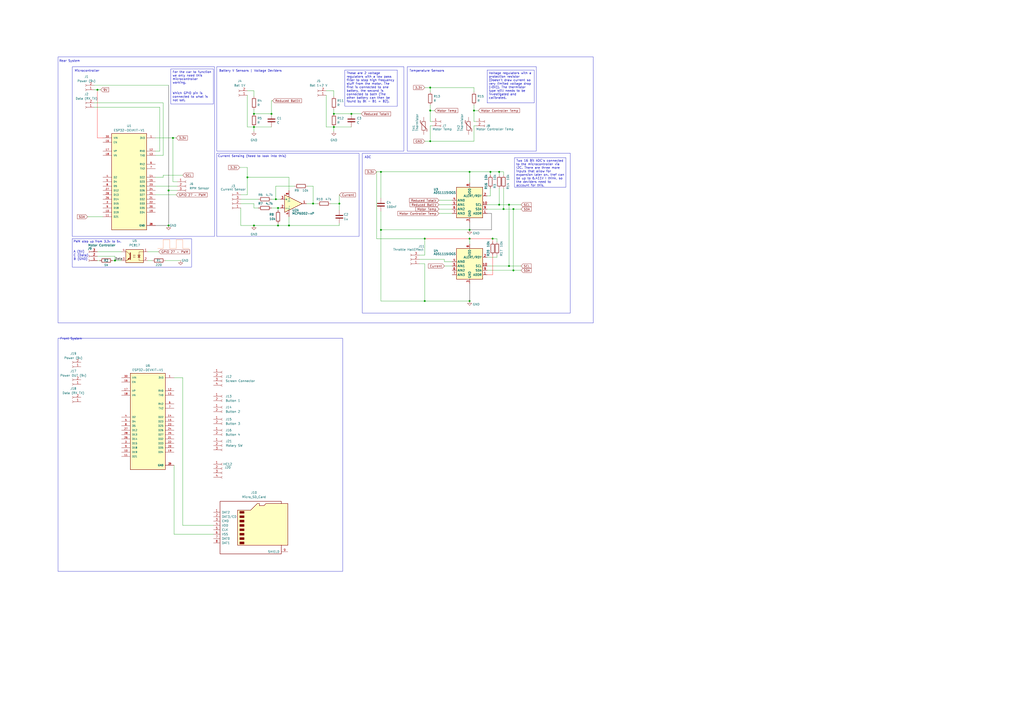
<source format=kicad_sch>
(kicad_sch (version 20230121) (generator eeschema)
  (paper "A2")
  (lib_symbols
    (symbol "Amplifier_Operational:MCP6002-xP" (pin_names (offset 0.127))
      (property "Reference" "U" (at 0 5.08 0))
      (property "Value" "MCP6002-xP" (at 0 -5.08 0))
      (symbol "MCP6002-xP_1_1"
        (polyline (pts (xy -5.08 5.08) (xy 5.08 0) (xy -5.08 -5.08) (xy -5.08 5.08)) (stroke (width 0.254)) (fill (type background)))
        (pin output line (at 7.62 0 180) (length 2.54) (name "~") (number "1"))
        (pin input line (at -7.62 -2.54 0) (length 2.54) (name "-") (number "2"))
        (pin input line (at -7.62 2.54 0) (length 2.54) (name "+") (number "3"))
      )
      (symbol "MCP6002-xP_2_1"
        (polyline (pts (xy -5.08 5.08) (xy 5.08 0) (xy -5.08 -5.08) (xy -5.08 5.08)) (stroke (width 0.254)) (fill (type background)))
        (pin input line (at -7.62 2.54 0) (length 2.54) (name "+") (number "5"))
        (pin input line (at -7.62 -2.54 0) (length 2.54) (name "-") (number "6"))
        (pin output line (at 7.62 0 180) (length 2.54) (name "~") (number "7"))
      )
      (symbol "MCP6002-xP_3_1"
        (pin power_in line (at -2.54 -7.62 90) (length 3.81) (name "V-") (number "4"))
        (pin power_in line (at -2.54 7.62 270) (length 3.81) (name "V+") (number "8"))
      )
    )
    (symbol "Analog_ADC:ADS1115IDGS"
      (property "Reference" "U" (at 2.54 13.97 0))
      (property "Value" "ADS1115IDGS" (at 7.62 11.43 0))
      (symbol "ADS1115IDGS_0_1"
        (rectangle (start -7.62 10.16) (end 7.62 -7.62) (stroke (width 0.254)) (fill (type background)))
      )
      (symbol "ADS1115IDGS_1_1"
        (pin input line (at 10.16 -5.08 180) (length 2.54) (name "ADDR") (number "1"))
        (pin input line (at 10.16 0 180) (length 2.54) (name "SCL") (number "10"))
        (pin output line (at 10.16 5.08 180) (length 2.54) (name "ALERT/RDY") (number "2"))
        (pin power_in line (at 0 -10.16 90) (length 2.54) (name "GND") (number "3"))
        (pin input line (at -10.16 2.54 0) (length 2.54) (name "AIN0") (number "4"))
        (pin input line (at -10.16 0 0) (length 2.54) (name "AIN1") (number "5"))
        (pin input line (at -10.16 -2.54 0) (length 2.54) (name "AIN2") (number "6"))
        (pin input line (at -10.16 -5.08 0) (length 2.54) (name "AIN3") (number "7"))
        (pin power_in line (at 0 12.7 270) (length 2.54) (name "VDD") (number "8"))
        (pin bidirectional line (at 10.16 -2.54 180) (length 2.54) (name "SDA") (number "9"))
      )
    )
    (symbol "Connector:Conn_01x02_Socket" (pin_names (offset 1.016) hide)
      (property "Reference" "J" (at 0 2.54 0))
      (property "Value" "Conn_01x02_Socket" (at 0 -5.08 0))
      (symbol "Conn_01x02_Socket_1_1"
        (arc (start 0 -2.032) (mid -0.5058 -2.54) (end 0 -3.048) (stroke (width 0.1524)))
        (polyline (pts (xy -1.27 -2.54) (xy -0.508 -2.54)) (stroke (width 0.1524)))
        (polyline (pts (xy -1.27 0) (xy -0.508 0)) (stroke (width 0.1524)))
        (arc (start 0 0.508) (mid -0.5058 0) (end 0 -0.508) (stroke (width 0.1524)))
        (pin passive line (at -5.08 0 0) (length 3.81) (name "Pin_1") (number "1"))
        (pin passive line (at -5.08 -2.54 0) (length 3.81) (name "Pin_2") (number "2"))
      )
    )
    (symbol "Connector:Conn_01x03_Socket" (pin_names (offset 1.016) hide)
      (property "Reference" "J" (at 0 5.08 0))
      (property "Value" "Conn_01x03_Socket" (at 0 -5.08 0))
      (symbol "Conn_01x03_Socket_1_1"
        (arc (start 0 -2.032) (mid -0.5058 -2.54) (end 0 -3.048) (stroke (width 0.1524)))
        (polyline (pts (xy -1.27 -2.54) (xy -0.508 -2.54)) (stroke (width 0.1524)))
        (polyline (pts (xy -1.27 0) (xy -0.508 0)) (stroke (width 0.1524)))
        (polyline (pts (xy -1.27 2.54) (xy -0.508 2.54)) (stroke (width 0.1524)))
        (arc (start 0 0.508) (mid -0.5058 0) (end 0 -0.508) (stroke (width 0.1524)))
        (arc (start 0 3.048) (mid -0.5058 2.54) (end 0 2.032) (stroke (width 0.1524)))
        (pin passive line (at -5.08 2.54 0) (length 3.81) (name "Pin_1") (number "1"))
        (pin passive line (at -5.08 0 0) (length 3.81) (name "Pin_2") (number "2"))
        (pin passive line (at -5.08 -2.54 0) (length 3.81) (name "Pin_3") (number "3"))
      )
    )
    (symbol "Connector:Conn_01x04_Socket" (pin_names (offset 1.016) hide)
      (property "Reference" "J" (at 0 5.08 0))
      (property "Value" "Conn_01x04_Socket" (at 0 -7.62 0))
      (symbol "Conn_01x04_Socket_1_1"
        (arc (start 0 -4.572) (mid -0.5058 -5.08) (end 0 -5.588) (stroke (width 0.1524)))
        (arc (start 0 -2.032) (mid -0.5058 -2.54) (end 0 -3.048) (stroke (width 0.1524)))
        (polyline (pts (xy -1.27 -5.08) (xy -0.508 -5.08)) (stroke (width 0.1524)))
        (polyline (pts (xy -1.27 -2.54) (xy -0.508 -2.54)) (stroke (width 0.1524)))
        (polyline (pts (xy -1.27 0) (xy -0.508 0)) (stroke (width 0.1524)))
        (polyline (pts (xy -1.27 2.54) (xy -0.508 2.54)) (stroke (width 0.1524)))
        (arc (start 0 0.508) (mid -0.5058 0) (end 0 -0.508) (stroke (width 0.1524)))
        (arc (start 0 3.048) (mid -0.5058 2.54) (end 0 2.032) (stroke (width 0.1524)))
        (pin passive line (at -5.08 2.54 0) (length 3.81) (name "Pin_1") (number "1"))
        (pin passive line (at -5.08 0 0) (length 3.81) (name "Pin_2") (number "2"))
        (pin passive line (at -5.08 -2.54 0) (length 3.81) (name "Pin_3") (number "3"))
        (pin passive line (at -5.08 -5.08 0) (length 3.81) (name "Pin_4") (number "4"))
      )
    )
    (symbol "Connector:Micro_SD_Card" (pin_names (offset 1.016))
      (property "Reference" "J" (at -16.51 15.24 0))
      (property "Value" "Micro_SD_Card" (at 16.51 15.24 0))
      (symbol "Micro_SD_Card_0_1"
        (rectangle (start -7.62 -9.525) (end -5.08 -10.795) (fill (type outline)))
        (rectangle (start -7.62 -6.985) (end -5.08 -8.255) (fill (type outline)))
        (rectangle (start -7.62 -4.445) (end -5.08 -5.715) (fill (type outline)))
        (rectangle (start -7.62 -1.905) (end -5.08 -3.175) (fill (type outline)))
        (rectangle (start -7.62 0.635) (end -5.08 -0.635) (fill (type outline)))
        (rectangle (start -7.62 3.175) (end -5.08 1.905) (fill (type outline)))
        (rectangle (start -7.62 5.715) (end -5.08 4.445) (fill (type outline)))
        (rectangle (start -7.62 8.255) (end -5.08 6.985) (fill (type outline)))
        (polyline (pts (xy 16.51 12.7) (xy 16.51 13.97) (xy -19.05 13.97) (xy -19.05 -16.51) (xy 16.51 -16.51) (xy 16.51 -11.43)) (stroke (width 0.254)))
        (polyline (pts (xy -8.89 -11.43) (xy -8.89 8.89) (xy -1.27 8.89) (xy 2.54 12.7) (xy 3.81 12.7) (xy 3.81 11.43) (xy 6.35 11.43) (xy 7.62 12.7) (xy 20.32 12.7) (xy 20.32 -11.43) (xy -8.89 -11.43)) (stroke (width 0.254)) (fill (type background)))
      )
      (symbol "Micro_SD_Card_1_1"
        (pin bidirectional line (at -22.86 7.62 0) (length 3.81) (name "DAT2") (number "1"))
        (pin bidirectional line (at -22.86 5.08 0) (length 3.81) (name "DAT3/CD") (number "2"))
        (pin input line (at -22.86 2.54 0) (length 3.81) (name "CMD") (number "3"))
        (pin power_in line (at -22.86 0 0) (length 3.81) (name "VDD") (number "4"))
        (pin input line (at -22.86 -2.54 0) (length 3.81) (name "CLK") (number "5"))
        (pin power_in line (at -22.86 -5.08 0) (length 3.81) (name "VSS") (number "6"))
        (pin bidirectional line (at -22.86 -7.62 0) (length 3.81) (name "DAT0") (number "7"))
        (pin bidirectional line (at -22.86 -10.16 0) (length 3.81) (name "DAT1") (number "8"))
        (pin passive line (at 20.32 -15.24 180) (length 3.81) (name "SHIELD") (number "9"))
      )
    )
    (symbol "Device:C" (pin_numbers hide) (pin_names (offset 0.254))
      (property "Reference" "C" (at 0.635 2.54 0))
      (property "Value" "C" (at 0.635 -2.54 0))
      (symbol "C_0_1"
        (polyline (pts (xy -2.032 -0.762) (xy 2.032 -0.762)) (stroke (width 0.508)))
        (polyline (pts (xy -2.032 0.762) (xy 2.032 0.762)) (stroke (width 0.508)))
      )
      (symbol "C_1_1"
        (pin passive line (at 0 3.81 270) (length 2.794) (name "~") (number "1"))
        (pin passive line (at 0 -3.81 90) (length 2.794) (name "~") (number "2"))
      )
    )
    (symbol "Device:R" (pin_numbers hide) (pin_names (offset 0))
      (property "Reference" "R" (at 2.032 0 90))
      (property "Value" "R" (at 0 0 90))
      (symbol "R_0_1"
        (rectangle (start -1.016 -2.54) (end 1.016 2.54) (stroke (width 0.254)))
      )
      (symbol "R_1_1"
        (pin passive line (at 0 3.81 270) (length 1.27) (name "~") (number "1"))
        (pin passive line (at 0 -3.81 90) (length 1.27) (name "~") (number "2"))
      )
    )
    (symbol "Device:Thermistor" (pin_numbers hide) (pin_names (offset 0))
      (property "Reference" "TH" (at 2.54 1.27 90))
      (property "Value" "Thermistor" (at -2.54 0 90))
      (symbol "Thermistor_0_1"
        (rectangle (start -1.016 2.54) (end 1.016 -2.54) (stroke (width 0.2032)))
        (polyline (pts (xy -1.905 3.175) (xy -1.905 1.905) (xy 1.905 -1.905) (xy 1.905 -3.175) (xy 1.905 -3.175)) (stroke (width 0.254)))
      )
      (symbol "Thermistor_1_1"
        (pin passive line (at 0 5.08 270) (length 2.54) (name "~") (number "1"))
        (pin passive line (at 0 -5.08 90) (length 2.54) (name "~") (number "2"))
      )
    )
    (symbol "ESP32-DEVKIT-V1:ESP32-DEVKIT-V1" (pin_names (offset 1.016))
      (property "Reference" "U" (at -10.16 30.48 0))
      (property "Value" "ESP32-DEVKIT-V1" (at -10.16 -30.48 0))
      (symbol "ESP32-DEVKIT-V1_0_0"
        (rectangle (start -10.16 -27.94) (end 10.16 27.94) (stroke (width 0.254)) (fill (type background)))
        (pin output line (at 15.24 25.4 180) (length 5.08) (name "3V3") (number "1"))
        (pin bidirectional line (at -15.24 -17.78 0) (length 5.08) (name "D19") (number "10"))
        (pin bidirectional line (at -15.24 -20.32 0) (length 5.08) (name "D21") (number "11"))
        (pin input line (at 15.24 17.78 180) (length 5.08) (name "RX0") (number "12"))
        (pin output line (at 15.24 15.24 180) (length 5.08) (name "TX0") (number "13"))
        (pin bidirectional line (at 15.24 2.54 180) (length 5.08) (name "D22") (number "14"))
        (pin bidirectional line (at 15.24 0 180) (length 5.08) (name "D23") (number "15"))
        (pin input line (at -15.24 22.86 0) (length 5.08) (name "EN") (number "16"))
        (pin bidirectional line (at -15.24 17.78 0) (length 5.08) (name "VP") (number "17"))
        (pin bidirectional line (at -15.24 15.24 0) (length 5.08) (name "VN") (number "18"))
        (pin bidirectional line (at 15.24 -17.78 180) (length 5.08) (name "D34") (number "19"))
        (pin power_in line (at 15.24 -25.4 180) (length 5.08) (name "GND") (number "2"))
        (pin bidirectional line (at 15.24 -15.24 180) (length 5.08) (name "D35") (number "20"))
        (pin bidirectional line (at 15.24 -10.16 180) (length 5.08) (name "D32") (number "21"))
        (pin bidirectional line (at 15.24 -12.7 180) (length 5.08) (name "D33") (number "22"))
        (pin bidirectional line (at 15.24 -2.54 180) (length 5.08) (name "D25") (number "23"))
        (pin bidirectional line (at 15.24 -5.08 180) (length 5.08) (name "D26") (number "24"))
        (pin bidirectional line (at 15.24 -7.62 180) (length 5.08) (name "D27") (number "25"))
        (pin bidirectional line (at -15.24 -10.16 0) (length 5.08) (name "D14") (number "26"))
        (pin bidirectional line (at -15.24 -5.08 0) (length 5.08) (name "D12") (number "27"))
        (pin bidirectional line (at -15.24 -7.62 0) (length 5.08) (name "D13") (number "28"))
        (pin power_in line (at 15.24 -25.4 180) (length 5.08) (name "GND") (number "29"))
        (pin bidirectional line (at -15.24 -12.7 0) (length 5.08) (name "D15") (number "3"))
        (pin input line (at -15.24 25.4 0) (length 5.08) (name "VIN") (number "30"))
        (pin bidirectional line (at -15.24 2.54 0) (length 5.08) (name "D2") (number "4"))
        (pin bidirectional line (at -15.24 0 0) (length 5.08) (name "D4") (number "5"))
        (pin input line (at 15.24 10.16 180) (length 5.08) (name "RX2") (number "6"))
        (pin output line (at 15.24 7.62 180) (length 5.08) (name "TX2") (number "7"))
        (pin bidirectional line (at -15.24 -2.54 0) (length 5.08) (name "D5") (number "8"))
        (pin bidirectional line (at -15.24 -15.24 0) (length 5.08) (name "D18") (number "9"))
      )
    )
    (symbol "Isolator:PC817" (pin_names (offset 1.016))
      (property "Reference" "U" (at -5.08 5.08 0))
      (property "Value" "PC817" (at 0 5.08 0))
      (symbol "PC817_0_1"
        (rectangle (start -5.08 3.81) (end 5.08 -3.81) (stroke (width 0.254)) (fill (type background)))
        (polyline (pts (xy -3.175 -0.635) (xy -1.905 -0.635)) (stroke (width 0.254)))
        (polyline (pts (xy 2.54 0.635) (xy 4.445 2.54)))
        (polyline (pts (xy 4.445 -2.54) (xy 2.54 -0.635)) (fill (type outline)))
        (polyline (pts (xy 4.445 -2.54) (xy 5.08 -2.54)))
        (polyline (pts (xy 4.445 2.54) (xy 5.08 2.54)))
        (polyline (pts (xy -5.08 2.54) (xy -2.54 2.54) (xy -2.54 -0.635)))
        (polyline (pts (xy -2.54 -0.635) (xy -2.54 -2.54) (xy -5.08 -2.54)))
        (polyline (pts (xy 2.54 1.905) (xy 2.54 -1.905) (xy 2.54 -1.905)) (stroke (width 0.508)))
        (polyline (pts (xy -2.54 -0.635) (xy -3.175 0.635) (xy -1.905 0.635) (xy -2.54 -0.635)) (stroke (width 0.254)))
        (polyline (pts (xy -0.508 -0.508) (xy 0.762 -0.508) (xy 0.381 -0.635) (xy 0.381 -0.381) (xy 0.762 -0.508)))
        (polyline (pts (xy -0.508 0.508) (xy 0.762 0.508) (xy 0.381 0.381) (xy 0.381 0.635) (xy 0.762 0.508)))
        (polyline (pts (xy 3.048 -1.651) (xy 3.556 -1.143) (xy 4.064 -2.159) (xy 3.048 -1.651) (xy 3.048 -1.651)) (fill (type outline)))
      )
      (symbol "PC817_1_1"
        (pin passive line (at -7.62 2.54 0) (length 2.54) (name "~") (number "1"))
        (pin passive line (at -7.62 -2.54 0) (length 2.54) (name "~") (number "2"))
        (pin passive line (at 7.62 -2.54 180) (length 2.54) (name "~") (number "3"))
        (pin passive line (at 7.62 2.54 180) (length 2.54) (name "~") (number "4"))
      )
    )
    (symbol "power:GND" (power) (pin_names (offset 0))
      (property "Value" "GND" (at 0 -3.81 0))
      (symbol "GND_0_1"
        (polyline (pts (xy 0 0) (xy 0 -1.27) (xy 1.27 -1.27) (xy 0 -2.54) (xy -1.27 -1.27) (xy 0 -1.27)))
      )
      (symbol "GND_1_1"
        (pin power_in line (at 0 0 270) (length 0) hide (name "GND") (number "1"))
      )
    )
  )
  (junction (at 193.675 73.66))
  (junction (at 203.835 66.04))
  (junction (at 97.79 130.81))
  (junction (at 246.38 138.43))
  (junction (at 295.275 118.745))
  (junction (at 289.56 118.745))
  (junction (at 97.79 110.49))
  (junction (at 295.275 154.305))
  (junction (at 100.33 80.01))
  (junction (at 246.38 174.625))
  (junction (at 285.75 138.43))
  (junction (at 249.555 81.915))
  (junction (at 274.955 64.135))
  (junction (at 272.415 138.43))
  (junction (at 160.02 115.57))
  (junction (at 193.675 66.04))
  (junction (at 147.32 66.04))
  (junction (at 66.675 151.13))
  (junction (at 220.98 99.695))
  (junction (at 297.815 121.285))
  (junction (at 161.29 130.81))
  (junction (at 147.32 130.81))
  (junction (at 297.815 156.845))
  (junction (at 272.415 99.695))
  (junction (at 167.64 130.81))
  (junction (at 289.56 99.695))
  (junction (at 272.415 174.625))
  (junction (at 249.555 64.135))
  (junction (at 249.555 50.8))
  (junction (at 56.515 52.07))
  (junction (at 157.48 66.04))
  (junction (at 272.415 133.35))
  (junction (at 220.98 133.35))
  (junction (at 284.48 99.695))
  (junction (at 292.1 121.285))
  (junction (at 181.61 118.11))
  (junction (at 196.85 118.11))
  (junction (at 147.32 73.66))
  (junction (at 161.29 120.65))
  (junction (at 143.51 102.87))
  (polyline (pts (xy 102.235 139.065) (xy 106.045 139.065)) (stroke (width 0) (color 255 143 93 1)))
  (wire (pts (xy 161.29 129.54) (xy 161.29 130.81)))
  (wire (pts (xy 85.725 151.13) (xy 88.265 151.13)))
  (wire (pts (xy 161.29 120.65) (xy 162.56 120.65)))
  (wire (pts (xy 94.615 101.6) (xy 94.615 102.87)))
  (wire (pts (xy 274.955 64.135) (xy 274.955 70.485)))
  (wire (pts (xy 249.555 73.025) (xy 249.555 81.915)))
  (wire (pts (xy 257.81 151.765) (xy 262.255 151.765)))
  (wire (pts (xy 147.32 63.5) (xy 147.32 66.04)))
  (wire (pts (xy 285.75 159.385) (xy 285.75 147.955)) (stroke (width 0) (color 255 0 0 1)))
  (wire (pts (xy 56.515 151.13) (xy 57.785 151.13)))
  (wire (pts (xy 254.635 118.745) (xy 262.255 118.745)))
  (polyline (pts (xy 98.425 144.145) (xy 102.235 144.145)) (stroke (width 0) (color 255 143 93 1)))
  (wire (pts (xy 196.85 118.11) (xy 196.85 121.92)))
  (wire (pts (xy 56.515 52.07) (xy 56.515 80.01)) (stroke (width 0) (color 255 0 0 1)))
  (wire (pts (xy 56.515 80.01) (xy 59.69 80.01)) (stroke (width 0) (color 255 0 0 1)))
  (wire (pts (xy 139.065 97.155) (xy 143.51 97.155)))
  (wire (pts (xy 149.86 120.65) (xy 147.32 120.65)))
  (wire (pts (xy 100.33 80.01) (xy 102.235 80.01)))
  (wire (pts (xy 161.29 120.65) (xy 161.29 121.92)))
  (wire (pts (xy 254.635 121.285) (xy 262.255 121.285)))
  (wire (pts (xy 147.32 73.66) (xy 157.48 73.66)))
  (wire (pts (xy 220.98 133.35) (xy 220.98 174.625)))
  (wire (pts (xy 284.48 113.665) (xy 284.48 109.22)))
  (wire (pts (xy 94.615 102.87) (xy 90.17 102.87)))
  (wire (pts (xy 54.61 59.69) (xy 94.615 59.69)))
  (wire (pts (xy 196.85 113.03) (xy 196.85 118.11)))
  (wire (pts (xy 282.575 149.225) (xy 288.29 149.225)))
  (wire (pts (xy 167.64 130.81) (xy 161.29 130.81)))
  (wire (pts (xy 285.115 133.35) (xy 272.415 133.35)) (stroke (width 0) (color 0 0 0 1)))
  (wire (pts (xy 257.81 150.495) (xy 257.81 151.765)))
  (wire (pts (xy 272.415 138.43) (xy 285.75 138.43)) (stroke (width 0) (color 255 0 0 1)))
  (wire (pts (xy 272.415 138.43) (xy 272.415 141.605)))
  (wire (pts (xy 288.29 138.43) (xy 285.75 138.43)))
  (wire (pts (xy 97.79 49.53) (xy 97.79 110.49)) (stroke (width 0) (color 0 0 0 1)))
  (wire (pts (xy 189.23 52.705) (xy 193.675 52.705)))
  (wire (pts (xy 282.575 159.385) (xy 285.75 159.385)) (stroke (width 0) (color 255 0 0 1)))
  (wire (pts (xy 274.955 73.025) (xy 274.955 81.915)))
  (wire (pts (xy 147.32 118.11) (xy 139.7 118.11)))
  (wire (pts (xy 157.48 58.42) (xy 158.115 58.42)))
  (wire (pts (xy 284.48 99.695) (xy 284.48 101.6)))
  (wire (pts (xy 66.675 148.59) (xy 66.675 151.13)))
  (wire (pts (xy 292.1 99.695) (xy 289.56 99.695)))
  (wire (pts (xy 288.29 149.225) (xy 288.29 147.955)))
  (wire (pts (xy 90.17 107.95) (xy 102.87 107.95)))
  (wire (pts (xy 147.32 130.81) (xy 139.7 130.81)))
  (polyline (pts (xy 94.615 144.145) (xy 94.615 139.065)) (stroke (width 0) (color 255 143 93 1)))
  (wire (pts (xy 102.87 105.41) (xy 100.33 105.41)))
  (wire (pts (xy 289.56 109.22) (xy 289.56 118.745)))
  (wire (pts (xy 250.825 73.025) (xy 249.555 73.025)))
  (wire (pts (xy 274.955 70.485) (xy 276.225 70.485)))
  (wire (pts (xy 285.75 140.335) (xy 285.75 138.43)) (stroke (width 0) (color 255 0 0 1)))
  (wire (pts (xy 292.1 101.6) (xy 292.1 99.695)))
  (wire (pts (xy 297.815 121.285) (xy 297.815 156.845)))
  (wire (pts (xy 246.38 50.8) (xy 249.555 50.8)))
  (wire (pts (xy 193.675 52.705) (xy 193.675 55.88)))
  (wire (pts (xy 220.98 174.625) (xy 246.38 174.625)))
  (wire (pts (xy 272.415 99.695) (xy 284.48 99.695)))
  (wire (pts (xy 167.64 125.73) (xy 167.64 130.81)))
  (wire (pts (xy 157.48 58.42) (xy 157.48 66.04)))
  (wire (pts (xy 193.675 73.66) (xy 203.835 73.66)))
  (wire (pts (xy 97.79 110.49) (xy 97.79 130.81)) (stroke (width 0) (color 0 0 0 1)))
  (wire (pts (xy 295.275 154.305) (xy 302.26 154.305)))
  (polyline (pts (xy 106.045 144.145) (xy 109.855 144.145)) (stroke (width 0) (color 255 143 93 1)))
  (wire (pts (xy 189.23 73.66) (xy 193.675 73.66)))
  (wire (pts (xy 292.1 121.285) (xy 297.815 121.285)))
  (wire (pts (xy 249.555 64.135) (xy 249.555 70.485)))
  (wire (pts (xy 220.98 99.695) (xy 272.415 99.695)))
  (wire (pts (xy 249.555 64.135) (xy 252.095 64.135)))
  (wire (pts (xy 282.575 121.285) (xy 292.1 121.285)))
  (wire (pts (xy 246.38 138.43) (xy 272.415 138.43)) (stroke (width 0) (color 255 0 0 1)))
  (wire (pts (xy 249.555 81.915) (xy 274.955 81.915)))
  (wire (pts (xy 246.38 174.625) (xy 272.415 174.625)))
  (wire (pts (xy 100.965 219.075) (xy 106.045 219.075)))
  (wire (pts (xy 66.675 151.13) (xy 70.485 151.13)))
  (wire (pts (xy 220.98 133.35) (xy 272.415 133.35)))
  (wire (pts (xy 100.965 269.875) (xy 100.965 309.88)))
  (wire (pts (xy 56.515 146.05) (xy 70.485 146.05)))
  (wire (pts (xy 282.575 154.305) (xy 295.275 154.305)))
  (polyline (pts (xy 106.045 139.065) (xy 106.045 144.145)) (stroke (width 0) (color 255 143 93 1)))
  (wire (pts (xy 285.115 123.825) (xy 285.115 133.35)) (stroke (width 0) (color 0 0 0 1)))
  (wire (pts (xy 254.635 123.825) (xy 262.255 123.825)))
  (wire (pts (xy 274.955 60.96) (xy 274.955 64.135)))
  (wire (pts (xy 289.56 99.695) (xy 289.56 101.6)))
  (wire (pts (xy 282.575 118.745) (xy 289.56 118.745)))
  (wire (pts (xy 100.965 309.88) (xy 123.825 309.88)))
  (wire (pts (xy 143.51 55.245) (xy 143.51 73.66)))
  (wire (pts (xy 282.575 156.845) (xy 297.815 156.845)))
  (wire (pts (xy 90.17 113.03) (xy 102.235 113.03)))
  (wire (pts (xy 147.32 120.65) (xy 147.32 118.11)))
  (wire (pts (xy 157.48 115.57) (xy 160.02 115.57)))
  (wire (pts (xy 218.44 99.695) (xy 220.98 99.695)))
  (wire (pts (xy 246.38 81.915) (xy 249.555 81.915)))
  (wire (pts (xy 243.205 153.035) (xy 246.38 153.035)))
  (wire (pts (xy 218.44 99.695) (xy 218.44 138.43)))
  (wire (pts (xy 139.7 113.03) (xy 143.51 113.03)))
  (wire (pts (xy 274.955 64.135) (xy 277.495 64.135)))
  (wire (pts (xy 196.85 118.11) (xy 191.77 118.11)))
  (wire (pts (xy 94.615 59.69) (xy 94.615 90.17)))
  (wire (pts (xy 276.225 73.025) (xy 274.955 73.025)))
  (wire (pts (xy 181.61 118.11) (xy 184.15 118.11)))
  (wire (pts (xy 246.38 153.035) (xy 246.38 174.625)))
  (wire (pts (xy 203.835 66.04) (xy 209.55 66.04)))
  (wire (pts (xy 282.575 123.825) (xy 285.115 123.825)) (stroke (width 0) (color 0 0 0 1)))
  (wire (pts (xy 272.415 106.045) (xy 272.415 99.695)))
  (wire (pts (xy 139.7 130.81) (xy 139.7 120.65)))
  (wire (pts (xy 295.275 118.745) (xy 302.26 118.745)))
  (polyline (pts (xy 98.425 139.065) (xy 98.425 144.145)) (stroke (width 0) (color 255 143 93 1)))
  (wire (pts (xy 249.555 60.96) (xy 249.555 64.135)))
  (wire (pts (xy 106.045 101.6) (xy 94.615 101.6)))
  (wire (pts (xy 65.405 151.13) (xy 66.675 151.13)))
  (wire (pts (xy 282.575 113.665) (xy 284.48 113.665)))
  (wire (pts (xy 160.02 115.57) (xy 162.56 115.57)))
  (wire (pts (xy 178.435 107.95) (xy 181.61 107.95)))
  (wire (pts (xy 92.71 62.23) (xy 92.71 87.63)))
  (wire (pts (xy 297.815 156.845) (xy 302.26 156.845)))
  (wire (pts (xy 272.415 128.905) (xy 272.415 133.35)) (stroke (width 0) (color 0 0 0 1)))
  (wire (pts (xy 289.56 118.745) (xy 295.275 118.745)))
  (wire (pts (xy 143.51 73.66) (xy 147.32 73.66)))
  (wire (pts (xy 167.64 110.49) (xy 167.64 102.87)))
  (wire (pts (xy 157.48 120.65) (xy 161.29 120.65)))
  (wire (pts (xy 272.415 164.465) (xy 272.415 174.625)) (stroke (width 0) (color 0 0 0 1)))
  (wire (pts (xy 143.51 97.155) (xy 143.51 102.87)))
  (wire (pts (xy 100.33 105.41) (xy 100.33 80.01)))
  (polyline (pts (xy 102.235 144.145) (xy 102.235 139.065)) (stroke (width 0) (color 255 143 93 1)))
  (wire (pts (xy 254.635 116.205) (xy 262.255 116.205)))
  (wire (pts (xy 193.675 73.66) (xy 193.675 76.2)))
  (wire (pts (xy 246.38 147.955) (xy 246.38 138.43)))
  (wire (pts (xy 249.555 50.8) (xy 274.955 50.8)))
  (wire (pts (xy 288.29 140.335) (xy 288.29 138.43)))
  (wire (pts (xy 284.48 99.695) (xy 289.56 99.695)))
  (wire (pts (xy 193.675 63.5) (xy 193.675 66.04)))
  (wire (pts (xy 167.64 130.81) (xy 196.85 130.81)))
  (wire (pts (xy 147.32 66.04) (xy 157.48 66.04)))
  (wire (pts (xy 189.23 55.245) (xy 189.23 73.66)))
  (wire (pts (xy 95.885 151.13) (xy 104.775 151.13)))
  (wire (pts (xy 193.675 66.04) (xy 203.835 66.04)))
  (wire (pts (xy 85.725 146.05) (xy 92.075 146.05)))
  (wire (pts (xy 220.98 99.695) (xy 220.98 114.935)))
  (wire (pts (xy 139.7 115.57) (xy 149.86 115.57)))
  (wire (pts (xy 292.1 109.22) (xy 292.1 121.285)))
  (wire (pts (xy 167.64 102.87) (xy 143.51 102.87)))
  (wire (pts (xy 297.815 121.285) (xy 302.26 121.285)))
  (wire (pts (xy 106.045 304.8) (xy 123.825 304.8)))
  (wire (pts (xy 249.555 70.485) (xy 250.825 70.485)))
  (wire (pts (xy 181.61 107.95) (xy 181.61 118.11)))
  (polyline (pts (xy 94.615 139.065) (xy 98.425 139.065)) (stroke (width 0) (color 255 143 93 1)))
  (wire (pts (xy 196.85 129.54) (xy 196.85 130.81)))
  (wire (pts (xy 218.44 138.43) (xy 246.38 138.43)))
  (wire (pts (xy 295.275 118.745) (xy 295.275 154.305)))
  (wire (pts (xy 147.32 73.66) (xy 147.32 76.2)))
  (wire (pts (xy 220.98 133.35) (xy 220.98 122.555)))
  (wire (pts (xy 54.61 49.53) (xy 97.79 49.53)))
  (polyline (pts (xy 91.44 144.145) (xy 94.615 144.145)) (stroke (width 0) (color 255 143 93 1)))
  (wire (pts (xy 170.815 107.95) (xy 160.02 107.95)))
  (wire (pts (xy 143.51 102.87) (xy 143.51 113.03)))
  (wire (pts (xy 54.61 62.23) (xy 92.71 62.23)))
  (wire (pts (xy 257.81 154.305) (xy 262.255 154.305)))
  (wire (pts (xy 56.515 52.07) (xy 58.42 52.07)))
  (wire (pts (xy 147.32 52.705) (xy 147.32 55.88)))
  (wire (pts (xy 160.02 107.95) (xy 160.02 115.57)))
  (wire (pts (xy 54.61 52.07) (xy 56.515 52.07)))
  (wire (pts (xy 274.955 50.8) (xy 274.955 53.34)))
  (wire (pts (xy 94.615 90.17) (xy 90.17 90.17)))
  (wire (pts (xy 106.045 219.075) (xy 106.045 304.8)))
  (wire (pts (xy 249.555 53.34) (xy 249.555 50.8)))
  (wire (pts (xy 161.29 130.81) (xy 147.32 130.81)))
  (wire (pts (xy 56.515 148.59) (xy 66.675 148.59)))
  (wire (pts (xy 243.205 147.955) (xy 246.38 147.955)))
  (wire (pts (xy 97.79 130.81) (xy 90.17 130.81)) (stroke (width 0) (color 0 0 0 1)))
  (wire (pts (xy 92.71 87.63) (xy 90.17 87.63)))
  (wire (pts (xy 97.79 110.49) (xy 102.87 110.49)))
  (wire (pts (xy 90.17 80.01) (xy 100.33 80.01)))
  (wire (pts (xy 243.205 150.495) (xy 257.81 150.495)))
  (wire (pts (xy 177.8 118.11) (xy 181.61 118.11)))
  (wire (pts (xy 50.8 125.73) (xy 59.69 125.73)))
  (wire (pts (xy 143.51 52.705) (xy 147.32 52.705)))
  (rectangle (start 33.655 33.02) (end 344.17 187.325))
  (rectangle (start 41.91 38.735) (end 124.46 137.16))
  (rectangle (start 33.655 196.215) (end 198.755 331.47))
  (rectangle (start 210.185 88.9) (end 330.835 181.61))
  (rectangle (start 41.91 138.43) (end 111.125 154.94))
  (rectangle (start 236.22 38.735) (end 311.15 87.63))
  (rectangle (start 125.73 88.9) (end 208.28 137.16))
  (rectangle (start 125.73 38.735) (end 234.315 87.63))
  (text_box "For the car to function we only need this microcontroller working.\n\n\nWhich GPIO pin is connected to what is not set.\n" (at 99.06 40.005 0) (size 24.765 20.32) (effects (font (size 1.27 1.27)) (justify left top)))
  (text_box "Two 16 Bit ADC's connected to the microcontroller via I2C. There are three more inputs that allow for expansion later on. Vref can be up to 6.411V I think, so the deviders need to account for this." (at 298.45 91.44 0) (size 29.845 17.145) (effects (font (size 1.27 1.27)) (justify left top)))
  (text_box "These are 2 voltage regulators with a low pass filter to stop high frequency stuff from the motor. The first is connected to one battery, the second is connected to both (The other battery can then be found by Bt - B1 = B2)." (at 200.025 40.64 0) (size 30.48 20.955) (effects (font (size 1.27 1.27)) (justify left top)))
  (text_box "Voltage regulators with a protection resistor (Doesn't draw current so very limited voltage drop (~0V)). The thermistor type still needs to be investigated and calibrated." (at 282.575 40.64 0) (size 27.305 19.05) (effects (font (size 1.27 1.27)) (justify left top)))
  (text "Rear System\n" (at 34.29 36.195 0) (effects (font (size 1.27 1.27)) (justify left bottom)))
  (text "ADC" (at 211.455 92.075 0) (effects (font (size 1.27 1.27)) (justify left bottom)))
  (text "Front System\n\n" (at 34.925 199.39 0) (effects (font (size 1.27 1.27)) (justify left bottom)))
  (text "A (5V)\nC (Data)\nB (GND)\n" (at 42.545 151.13 0) (effects (font (size 1.32 1.32)) (justify left bottom)))
  (text "PWM step up from 3.3v to 5v.\n" (at 42.545 140.97 0) (effects (font (size 1.2 1.2)) (justify left bottom)))
  (text "Temperature Sensors\n" (at 237.49 41.91 0) (effects (font (size 1.27 1.27)) (justify left bottom)))
  (text "Battery V Sensors | Voltage Deviders" (at 127 41.91 0) (effects (font (size 1.27 1.27)) (justify left bottom)))
  (text "Current Sensing (Need to look into this)\n" (at 126.365 91.44 0) (effects (font (size 1.27 1.27)) (justify left bottom)))
  (text "Microcontroller\n" (at 43.18 41.91 0) (effects (font (size 1.27 1.27)) (justify left bottom)))
  (label "Data" (at 66.675 151.13 0))
  (global_label "SDA" (shape input) (at 302.26 156.845 0) (property "Intersheetrefs" "${INTERSHEET_REFS}" (effects hide)))
  (global_label "Reduced Bat1V" (shape input) (at 158.115 58.42 0) (property "Intersheetrefs" "${INTERSHEET_REFS}" (effects hide)))
  (global_label "Reduced TotalV" (shape input) (at 254.635 116.205 180) (property "Intersheetrefs" "${INTERSHEET_REFS}" (effects hide)))
  (global_label "SCL" (shape input) (at 106.045 101.6 0) (property "Intersheetrefs" "${INTERSHEET_REFS}" (effects hide)))
  (global_label "GPIO 27 - PWM" (shape input) (at 92.075 146.05 0) (property "Intersheetrefs" "${INTERSHEET_REFS}" (effects hide)))
  (global_label "Reduced TotalV" (shape input) (at 209.55 66.04 0) (property "Intersheetrefs" "${INTERSHEET_REFS}" (effects hide)))
  (global_label "Motor Temp" (shape input) (at 254.635 121.285 180) (property "Intersheetrefs" "${INTERSHEET_REFS}" (effects hide)))
  (global_label "Motor Temp" (shape input) (at 252.095 64.135 0) (property "Intersheetrefs" "${INTERSHEET_REFS}" (effects hide)))
  (global_label "3.3V" (shape input) (at 139.065 97.155 180) (property "Intersheetrefs" "${INTERSHEET_REFS}" (effects hide)))
  (global_label "SCL" (shape input) (at 302.26 154.305 0) (property "Intersheetrefs" "${INTERSHEET_REFS}" (effects hide)))
  (global_label "SDA" (shape input) (at 50.8 125.73 180) (property "Intersheetrefs" "${INTERSHEET_REFS}" (effects hide)))
  (global_label "GPIO 27 - PWM" (shape input) (at 102.235 113.03 0) (property "Intersheetrefs" "${INTERSHEET_REFS}" (effects hide)))
  (global_label "SCL" (shape input) (at 302.26 118.745 0) (property "Intersheetrefs" "${INTERSHEET_REFS}" (effects hide)))
  (global_label "Current" (shape input) (at 196.85 113.03 0) (property "Intersheetrefs" "${INTERSHEET_REFS}" (effects hide)))
  (global_label "Motor Controller Temp" (shape input) (at 254.635 123.825 180) (property "Intersheetrefs" "${INTERSHEET_REFS}" (effects hide)))
  (global_label "3.3V" (shape input) (at 102.235 80.01 0) (property "Intersheetrefs" "${INTERSHEET_REFS}" (effects hide)))
  (global_label "GND" (shape input) (at 246.38 81.915 180) (property "Intersheetrefs" "${INTERSHEET_REFS}" (effects hide)))
  (global_label "9V" (shape input) (at 58.42 52.07 0) (property "Intersheetrefs" "${INTERSHEET_REFS}" (effects hide)))
  (global_label "3.3V" (shape input) (at 246.38 50.8 180) (property "Intersheetrefs" "${INTERSHEET_REFS}" (effects hide)))
  (global_label "Current" (shape input) (at 257.81 154.305 180) (property "Intersheetrefs" "${INTERSHEET_REFS}" (effects hide)))
  (global_label "3.3V" (shape input) (at 218.44 99.695 180) (property "Intersheetrefs" "${INTERSHEET_REFS}" (effects hide)))
  (global_label "Motor Controller Temp" (shape input) (at 277.495 64.135 0) (property "Intersheetrefs" "${INTERSHEET_REFS}" (effects hide)))
  (global_label "SDA" (shape input) (at 302.26 121.285 0) (property "Intersheetrefs" "${INTERSHEET_REFS}" (effects hide)))
  (global_label "Reduced Bat1V" (shape input) (at 254.635 118.745 180) (property "Intersheetrefs" "${INTERSHEET_REFS}" (effects hide)))
  (symbol (lib_id "Isolator:PC817") (at 78.105 148.59 0) (mirror y) (unit 1)
    (property "Reference" "U5" (at 78.105 139.7 0))
    (property "Value" "PC817" (at 78.105 142.24 0))
    (property "Footprint" "Package_DIP:DIP-4_W7.62mm" (effects hide))
    (property "Datasheet" "http://www.soselectronic.cz/a_info/resource/d/pc817.pdf" (effects hide))
  )
  (symbol (lib_id "Device:R") (at 289.56 105.41 0) (unit 1)
    (property "Reference" "R3" (at 287.02 107.95 90))
    (property "Value" "10k" (at 287.02 102.87 90))
    (property "Footprint" "Resistor_SMD:R_1206_3216Metric" (effects hide))
  )
  (symbol (lib_id "ESP32-DEVKIT-V1:ESP32-DEVKIT-V1") (at 74.93 105.41 0) (unit 1)
    (property "Reference" "U1" (at 74.93 73.025 0))
    (property "Value" "ESP32-DEVKIT-V1" (at 74.93 75.565 0))
    (property "Footprint" "ESP32-DEVKIT-V1:MODULE_ESP32_DEVKIT_V1" (effects hide))
    (property "MF" "Do it" (effects hide))
    (property "MAXIMUM_PACKAGE_HEIGHT" "6.8 mm" (effects hide))
    (property "Package" "None" (effects hide))
    (property "Price" "None" (effects hide))
    (property "Check_prices" "https://www.snapeda.com/parts/ESP32-DEVKIT-V1/Do+it/view-part/?ref=eda" (effects hide))
    (property "STANDARD" "Manufacturer Recommendations" (effects hide))
    (property "PARTREV" "N/A" (effects hide))
    (property "SnapEDA_Link" "https://www.snapeda.com/parts/ESP32-DEVKIT-V1/Do+it/view-part/?ref=snap" (effects hide))
    (property "MP" "ESP32-DEVKIT-V1" (effects hide))
    (property "Description" "\nDual core, Wi-Fi: 2.4 GHz up to 150 Mbits/s,BLE (Bluetooth Low Energy) and legacy Bluetooth, 32 bits, Up to 240 MHz\n" (effects hide))
    (property "Availability" "Not in stock" (effects hide))
    (property "MANUFACTURER" "DOIT" (effects hide))
  )
  (symbol (lib_id "Device:R") (at 274.955 57.15 0) (unit 1)
    (property "Reference" "R15" (at 276.86 55.88 0) (effects (justify left)))
    (property "Value" "R" (at 276.86 58.42 0) (effects (justify left)))
    (property "Footprint" "Resistor_SMD:R_1206_3216Metric" (effects hide))
  )
  (symbol (lib_id "Connector:Conn_01x02_Socket") (at 138.43 55.245 180) (unit 1)
    (property "Reference" "J4" (at 139.065 46.99 0))
    (property "Value" "Bat 1V" (at 139.065 49.53 0))
    (property "Footprint" "Connector_PinHeader_2.54mm:PinHeader_1x02_P2.54mm_Horizontal" (effects hide))
  )
  (symbol (lib_id "Connector:Conn_01x02_Socket") (at 49.53 52.07 180) (unit 1)
    (property "Reference" "J1" (at 50.165 44.45 0))
    (property "Value" "Power (9v)" (at 50.165 46.99 0))
    (property "Footprint" "Connector_PinHeader_2.54mm:PinHeader_1x02_P2.54mm_Horizontal" (effects hide))
  )
  (symbol (lib_id "Analog_ADC:ADS1115IDGS") (at 272.415 154.305 0) (unit 1)
    (property "Reference" "U4" (at 251.46 145.415 0) (effects (justify left)))
    (property "Value" "ADS1115IDGS" (at 251.46 147.32 0) (effects (justify left)))
    (property "Footprint" "Package_SO:TSSOP-10_3x3mm_P0.5mm" (effects hide))
    (property "Datasheet" "http://www.ti.com/lit/ds/symlink/ads1113.pdf" (effects hide))
  )
  (symbol (lib_id "Connector:Conn_01x02_Socket") (at 128.905 229.87 0) (unit 1)
    (property "Reference" "J13" (at 130.81 229.87 0) (effects (justify left)))
    (property "Value" "Button 1" (at 130.81 232.41 0) (effects (justify left)))
    (property "Footprint" "Connector_PinHeader_2.54mm:PinHeader_1x02_P2.54mm_Horizontal" (effects hide))
  )
  (symbol (lib_id "Connector:Conn_01x04_Socket") (at 134.62 118.11 180) (unit 1)
    (property "Reference" "J3" (at 135.255 107.95 0))
    (property "Value" "Current Sensor" (at 135.255 109.855 0))
    (property "Footprint" "Connector_PinHeader_2.54mm:PinHeader_1x04_P2.54mm_Horizontal" (effects hide))
  )
  (symbol (lib_id "Connector:Conn_01x02_Socket") (at 128.905 243.205 0) (unit 1)
    (property "Reference" "J15" (at 130.81 243.205 0) (effects (justify left)))
    (property "Value" "Button 3" (at 130.81 245.745 0) (effects (justify left)))
    (property "Footprint" "Connector_PinHeader_2.54mm:PinHeader_1x02_P2.54mm_Horizontal" (effects hide))
  )
  (symbol (lib_id "Connector:Conn_01x03_Socket") (at 51.435 148.59 180) (unit 1)
    (property "Reference" "J9" (at 52.07 144.145 0))
    (property "Value" "Motor Controller" (at 59.055 142.24 0))
    (property "Footprint" "Connector_PinHeader_2.54mm:PinHeader_1x03_P2.54mm_Horizontal" (effects hide))
  )
  (symbol (lib_id "power:GND") (at 104.775 151.13 0) (unit 1)
    (property "Reference" "#PWR05" (effects hide))
    (property "Value" "GND" (at 107.315 151.13 0))
  )
  (symbol (lib_id "Device:R") (at 174.625 107.95 270) (unit 1)
    (property "Reference" "R9" (at 172.085 110.49 90))
    (property "Value" "10k" (at 177.165 110.49 90))
    (property "Footprint" "Resistor_SMD:R_1206_3216Metric" (effects hide))
  )
  (symbol (lib_id "Connector:Conn_01x04_Socket") (at 128.905 218.44 0) (unit 1)
    (property "Reference" "J12" (at 130.81 218.44 0) (effects (justify left)))
    (property "Value" "Screen Connector" (at 130.81 220.98 0) (effects (justify left)))
    (property "Footprint" "Connector_PinHeader_2.54mm:PinHeader_1x04_P2.54mm_Horizontal" (effects hide))
  )
  (symbol (lib_id "Amplifier_Operational:MCP6002-xP") (at 170.18 118.11 0) (unit 3)
    (property "Reference" "U2" (effects hide))
    (property "Value" "MCP6002-xP" (effects hide))
    (property "Footprint" "Package_DIP:DIP-8_W7.62mm_LongPads" (effects hide))
    (property "Datasheet" "http://ww1.microchip.com/downloads/en/DeviceDoc/21733j.pdf" (effects hide))
  )
  (symbol (lib_id "power:GND") (at 147.32 76.2 0) (unit 1)
    (property "Reference" "#PWR03" (effects hide))
    (property "Value" "GND" (at 147.32 81.28 0))
  )
  (symbol (lib_id "Connector:Conn_01x02_Socket") (at 128.905 249.555 0) (unit 1)
    (property "Reference" "J16" (at 130.81 249.555 0) (effects (justify left)))
    (property "Value" "Button 4" (at 130.81 252.095 0) (effects (justify left)))
    (property "Footprint" "Connector_PinHeader_2.54mm:PinHeader_1x02_P2.54mm_Horizontal" (effects hide))
  )
  (symbol (lib_id "Connector:Conn_01x02_Socket") (at 128.905 236.22 0) (unit 1)
    (property "Reference" "J14" (at 130.81 236.22 0) (effects (justify left)))
    (property "Value" "Button 2" (at 130.81 238.76 0) (effects (justify left)))
    (property "Footprint" "Connector_PinHeader_2.54mm:PinHeader_1x02_P2.54mm_Horizontal" (effects hide))
  )
  (symbol (lib_id "Connector:Conn_01x02_Socket") (at 49.53 62.23 180) (unit 1)
    (property "Reference" "J2" (at 50.165 54.61 0))
    (property "Value" "Data (RX TX)" (at 50.165 57.15 0))
    (property "Footprint" "Connector_PinHeader_2.54mm:PinHeader_1x02_P2.54mm_Horizontal" (effects hide))
  )
  (symbol (lib_id "Connector:Conn_01x02_Socket") (at 41.91 233.045 180) (unit 1)
    (property "Reference" "J18" (at 42.545 225.425 0))
    (property "Value" "Data (RX TX)" (at 42.545 227.965 0))
    (property "Footprint" "Connector_PinHeader_2.54mm:PinHeader_1x02_P2.54mm_Horizontal" (effects hide))
  )
  (symbol (lib_id "power:GND") (at 272.415 133.35 0) (unit 1)
    (property "Reference" "#PWR06" (effects hide))
    (property "Value" "GND" (at 276.225 135.255 0))
  )
  (symbol (lib_id "ESP32-DEVKIT-V1:ESP32-DEVKIT-V1") (at 85.725 244.475 0) (unit 1)
    (property "Reference" "U6" (at 85.725 212.09 0))
    (property "Value" "ESP32-DEVKIT-V1" (at 85.725 214.63 0))
    (property "Footprint" "ESP32-DEVKIT-V1:MODULE_ESP32_DEVKIT_V1" (effects hide))
    (property "MF" "Do it" (effects hide))
    (property "MAXIMUM_PACKAGE_HEIGHT" "6.8 mm" (effects hide))
    (property "Package" "None" (effects hide))
    (property "Price" "None" (effects hide))
    (property "Check_prices" "https://www.snapeda.com/parts/ESP32-DEVKIT-V1/Do+it/view-part/?ref=eda" (effects hide))
    (property "STANDARD" "Manufacturer Recommendations" (effects hide))
    (property "PARTREV" "N/A" (effects hide))
    (property "SnapEDA_Link" "https://www.snapeda.com/parts/ESP32-DEVKIT-V1/Do+it/view-part/?ref=snap" (effects hide))
    (property "MP" "ESP32-DEVKIT-V1" (effects hide))
    (property "Description" "\nDual core, Wi-Fi: 2.4 GHz up to 150 Mbits/s,BLE (Bluetooth Low Energy) and legacy Bluetooth, 32 bits, Up to 240 MHz\n" (effects hide))
    (property "Availability" "Not in stock" (effects hide))
    (property "MANUFACTURER" "DOIT" (effects hide))
  )
  (symbol (lib_id "Device:R") (at 153.67 115.57 270) (unit 1)
    (property "Reference" "R6" (at 151.13 113.03 90))
    (property "Value" "4.7k" (at 156.21 113.03 90))
    (property "Footprint" "Resistor_SMD:R_1206_3216Metric" (effects hide))
  )
  (symbol (lib_id "Device:C") (at 196.85 125.73 0) (unit 1)
    (property "Reference" "C2" (at 199.39 124.46 0) (effects (justify left)))
    (property "Value" "1u" (at 199.39 127 0) (effects (justify left)))
    (property "Footprint" "Capacitor_SMD:C_1206_3216Metric" (effects hide))
  )
  (symbol (lib_id "Device:R") (at 187.96 118.11 270) (unit 1)
    (property "Reference" "R10" (at 185.42 115.57 90))
    (property "Value" "47k" (at 190.5 115.57 90))
    (property "Footprint" "Resistor_SMD:R_1206_3216Metric" (effects hide))
  )
  (symbol (lib_id "Connector:Micro_SD_Card") (at 146.685 304.8 0) (unit 1)
    (property "Reference" "J10" (at 147.32 285.75 0))
    (property "Value" "Micro_SD_Card" (at 147.32 288.29 0))
    (property "Footprint" "Connector_Card:microSD_HC_Hirose_DM3AT-SF-PEJM5" (effects hide))
    (property "Datasheet" "http://katalog.we-online.de/em/datasheet/693072010801.pdf" (effects hide))
  )
  (symbol (lib_id "Device:R") (at 92.075 151.13 270) (unit 1)
    (property "Reference" "R1" (at 92.075 151.13 90))
    (property "Value" "220" (at 92.075 153.67 90))
    (property "Footprint" "Resistor_SMD:R_1206_3216Metric" (effects hide))
  )
  (symbol (lib_id "Connector:Conn_01x03_Socket") (at 107.95 107.95 0) (unit 1)
    (property "Reference" "J6" (at 109.855 106.68 0) (effects (justify left)))
    (property "Value" "RPM Sensor" (at 109.855 109.22 0) (effects (justify left)))
    (property "Footprint" "Connector_PinSocket_2.54mm:PinSocket_1x03_P2.54mm_Horizontal" (effects hide))
  )
  (symbol (lib_id "Device:R") (at 61.595 151.13 270) (unit 1)
    (property "Reference" "R2" (at 61.595 151.13 90))
    (property "Value" "1k" (at 61.595 153.67 90))
    (property "Footprint" "Resistor_SMD:R_1206_3216Metric" (effects hide))
  )
  (symbol (lib_id "Device:R") (at 147.32 69.85 0) (unit 1)
    (property "Reference" "R5" (at 149.225 68.58 0) (effects (justify left)))
    (property "Value" "R" (at 149.225 71.12 0) (effects (justify left)))
    (property "Footprint" "Resistor_SMD:R_1206_3216Metric" (effects hide))
  )
  (symbol (lib_id "Device:R") (at 284.48 105.41 0) (unit 1)
    (property "Reference" "R16" (at 281.94 107.95 90))
    (property "Value" "10k" (at 281.94 102.87 90))
    (property "Footprint" "Resistor_SMD:R_1206_3216Metric" (effects hide))
  )
  (symbol (lib_id "Device:R") (at 249.555 57.15 0) (unit 1)
    (property "Reference" "R13" (at 251.46 55.88 0) (effects (justify left)))
    (property "Value" "R" (at 251.46 58.42 0) (effects (justify left)))
    (property "Footprint" "Resistor_SMD:R_1206_3216Metric" (effects hide))
  )
  (symbol (lib_id "Connector:Conn_01x03_Socket") (at 128.905 258.445 0) (unit 1)
    (property "Reference" "J21" (at 132.715 255.905 0))
    (property "Value" "Rotary SW" (at 135.89 258.445 0))
    (property "Footprint" "Connector_PinHeader_2.54mm:PinHeader_1x03_P2.54mm_Horizontal" (effects hide))
  )
  (symbol (lib_id "Connector:Conn_01x02_Socket") (at 41.91 212.725 180) (unit 1)
    (property "Reference" "J19" (at 42.545 205.105 0))
    (property "Value" "Power (9v)" (at 42.545 207.645 0))
    (property "Footprint" "Connector_PinHeader_2.54mm:PinHeader_1x02_P2.54mm_Horizontal" (effects hide))
  )
  (symbol (lib_id "Device:R") (at 161.29 125.73 0) (unit 1)
    (property "Reference" "R8" (at 156.21 124.46 0) (effects (justify left)))
    (property "Value" "10k" (at 156.21 127 0) (effects (justify left)))
    (property "Footprint" "Resistor_SMD:R_1206_3216Metric" (effects hide))
  )
  (symbol (lib_id "Amplifier_Operational:MCP6002-xP") (at 170.18 118.11 0) (unit 1)
    (property "Reference" "U2" (at 171.45 121.92 0))
    (property "Value" "MCP6002-xP" (at 175.895 123.825 0))
    (property "Footprint" "Package_DIP:DIP-8_W7.62mm_LongPads" (effects hide))
    (property "Datasheet" "http://ww1.microchip.com/downloads/en/DeviceDoc/21733j.pdf" (effects hide))
  )
  (symbol (lib_id "Device:Thermistor") (at 271.78 73.025 0) (unit 1)
    (property "Reference" "TH2" (at 266.065 76.2 90) (effects (justify left)))
    (property "Value" "Thermistor" (at 267.97 76.2 90) (effects (justify left)))
  )
  (symbol (lib_id "Device:C") (at 203.835 69.85 0) (unit 1)
    (property "Reference" "C3" (at 207.01 68.58 0) (effects (justify left)))
    (property "Value" "C" (at 207.01 71.12 0) (effects (justify left)))
    (property "Footprint" "Capacitor_SMD:C_1206_3216Metric" (effects hide))
  )
  (symbol (lib_id "Connector:Conn_01x02_Socket") (at 281.305 70.485 0) (unit 1)
    (property "Reference" "J8" (at 281.94 73.025 0) (effects (justify left)))
    (property "Value" "Motor Controller Temp" (at 276.225 74.93 0) (effects (justify left)))
    (property "Footprint" "Connector_PinHeader_2.54mm:PinHeader_1x02_P2.54mm_Horizontal" (effects hide))
  )
  (symbol (lib_id "Connector:Conn_01x02_Socket") (at 255.905 70.485 0) (unit 1)
    (property "Reference" "J7" (at 256.54 73.025 0) (effects (justify left)))
    (property "Value" "Motor Temp" (at 250.825 74.93 0) (effects (justify left)))
    (property "Footprint" "Connector_PinHeader_2.54mm:PinHeader_1x02_P2.54mm_Horizontal" (effects hide))
  )
  (symbol (lib_id "Device:R") (at 292.1 105.41 0) (unit 1)
    (property "Reference" "R14" (at 294.64 107.95 90))
    (property "Value" "10k" (at 294.64 102.87 90))
    (property "Footprint" "Resistor_SMD:R_1206_3216Metric" (effects hide))
  )
  (symbol (lib_id "Analog_ADC:ADS1115IDGS") (at 272.415 118.745 0) (unit 1)
    (property "Reference" "U3" (at 251.46 109.855 0) (effects (justify left)))
    (property "Value" "ADS1115IDGS" (at 251.46 111.76 0) (effects (justify left)))
    (property "Footprint" "Package_SO:TSSOP-10_3x3mm_P0.5mm" (effects hide))
    (property "Datasheet" "http://www.ti.com/lit/ds/symlink/ads1113.pdf" (effects hide))
  )
  (symbol (lib_id "power:GND") (at 97.79 130.81 0) (unit 1)
    (property "Reference" "#PWR07" (effects hide))
    (property "Value" "GND" (at 100.33 130.81 0))
  )
  (symbol (lib_id "Device:R") (at 193.675 59.69 0) (unit 1)
    (property "Reference" "R11" (at 195.58 58.42 0) (effects (justify left)))
    (property "Value" "R" (at 195.58 60.96 0) (effects (justify left)))
    (property "Footprint" "Resistor_SMD:R_1206_3216Metric" (effects hide))
  )
  (symbol (lib_id "Device:R") (at 147.32 59.69 0) (unit 1)
    (property "Reference" "R4" (at 149.225 58.42 0) (effects (justify left)))
    (property "Value" "R" (at 149.225 60.96 0) (effects (justify left)))
    (property "Footprint" "Resistor_SMD:R_1206_3216Metric" (effects hide))
  )
  (symbol (lib_id "Connector:Conn_01x02_Socket") (at 184.15 55.245 180) (unit 1)
    (property "Reference" "J5" (at 184.785 46.99 0))
    (property "Value" "Bat 1+2 V" (at 184.785 49.53 0))
    (property "Footprint" "Connector_PinHeader_2.54mm:PinHeader_1x02_P2.54mm_Horizontal" (effects hide))
  )
  (symbol (lib_id "power:GND") (at 193.675 76.2 0) (unit 1)
    (property "Reference" "#PWR04" (effects hide))
    (property "Value" "GND" (at 193.675 81.28 0))
  )
  (symbol (lib_id "Device:R") (at 285.75 144.145 0) (unit 1)
    (property "Reference" "R20" (at 283.21 146.685 90))
    (property "Value" "10k" (at 283.21 141.605 90))
    (property "Footprint" "Resistor_SMD:R_1206_3216Metric" (effects hide))
  )
  (symbol (lib_id "Connector:Conn_01x04_Socket") (at 128.905 271.78 0) (unit 1)
    (property "Reference" "J20" (at 132.08 271.145 0))
    (property "Value" "HC12" (at 132.08 269.24 0))
    (property "Footprint" "Connector_PinHeader_2.54mm:PinHeader_1x04_P2.54mm_Horizontal" (effects hide))
  )
  (symbol (lib_id "Connector:Conn_01x03_Socket") (at 238.125 150.495 180) (unit 1)
    (property "Reference" "J11" (at 244.475 142.875 0))
    (property "Value" "Throttle HallEffect" (at 236.855 144.78 0))
    (property "Footprint" "Connector_PinHeader_2.54mm:PinHeader_1x03_P2.54mm_Horizontal" (effects hide))
  )
  (symbol (lib_id "Device:C") (at 157.48 69.85 0) (unit 1)
    (property "Reference" "C1" (at 160.655 68.58 0) (effects (justify left)))
    (property "Value" "C" (at 160.655 71.12 0) (effects (justify left)))
    (property "Footprint" "Capacitor_SMD:C_1206_3216Metric" (effects hide))
  )
  (symbol (lib_id "power:GND") (at 272.415 174.625 0) (unit 1)
    (property "Reference" "#PWR08" (effects hide))
    (property "Value" "GND" (at 276.225 176.53 0))
  )
  (symbol (lib_id "Device:C") (at 220.98 118.745 0) (unit 1)
    (property "Reference" "C4" (at 224.155 117.475 0) (effects (justify left)))
    (property "Value" "100nF" (at 224.155 120.015 0) (effects (justify left)))
    (property "Footprint" "Capacitor_SMD:C_1206_3216Metric" (effects hide))
  )
  (symbol (lib_id "Device:Thermistor") (at 245.745 73.025 0) (unit 1)
    (property "Reference" "TH1" (at 240.03 76.2 90) (effects (justify left)))
    (property "Value" "Thermistor" (at 241.935 76.2 90) (effects (justify left)))
  )
  (symbol (lib_id "Connector:Conn_01x02_Socket") (at 41.91 222.885 180) (unit 1)
    (property "Reference" "J17" (at 42.545 215.265 0))
    (property "Value" "Power OUT (9v)" (at 42.545 217.805 0))
    (property "Footprint" "Connector_PinHeader_2.54mm:PinHeader_1x02_P2.54mm_Horizontal" (effects hide))
  )
  (symbol (lib_id "Device:R") (at 193.675 69.85 0) (unit 1)
    (property "Reference" "R12" (at 195.58 68.58 0) (effects (justify left)))
    (property "Value" "R" (at 195.58 71.12 0) (effects (justify left)))
    (property "Footprint" "Resistor_SMD:R_1206_3216Metric" (effects hide))
  )
  (symbol (lib_id "Device:R") (at 288.29 144.145 0) (mirror y) (unit 1)
    (property "Reference" "R17" (at 290.83 146.685 90))
    (property "Value" "10k" (at 290.83 141.605 90))
    (property "Footprint" "Resistor_SMD:R_1206_3216Metric" (effects hide))
  )
  (symbol (lib_id "Device:R") (at 153.67 120.65 270) (unit 1)
    (property "Reference" "R7" (at 151.13 118.11 90))
    (property "Value" "4.7k" (at 156.21 118.11 90))
    (property "Footprint" "Resistor_SMD:R_1206_3216Metric" (effects hide))
  )
  (symbol (lib_id "power:GND") (at 147.32 130.81 0) (unit 1)
    (property "Reference" "#PWR02" (effects hide))
    (property "Value" "GND" (at 147.32 135.89 0))
  )
)
</source>
